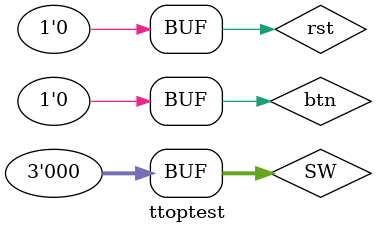
<source format=v>
`timescale 1ns / 1ps


module ttoptest;

	// Inputs
	reg rst;
	reg btn;
	reg [2:0] SW;

	// Outputs
	wire [7:0] LED;

	// Instantiate the Unit Under Test (UUT)
	TopTest uut (
		.rst(rst), 
		.btn(btn), 
		.SW(SW), 
		.LED(LED)
	);

	initial begin
		// Initialize Inputs
		rst = 0;
		btn = 0;
		SW = 0;

		// Wait 100 ns for global reset to finish
		#100;
        
		// Add stimulus here

		rst = 1;
		btn = 0;
		SW = 0;

		// Wait 100 ns for global reset to finish
		#100;
		
		rst = 0;
		btn = 0;
		SW = 0;

		// Wait 100 ns for global reset to finish
		#100;
		
		rst = 0;
		btn = 1;
		SW = 0;

		// Wait 100 ns for global reset to finish
		#100;
		
		rst = 0;
		btn = 0;
		SW = 0;

		// Wait 100 ns for global reset to finish
		#100;
		
		rst = 0;
		btn = 1;
		SW = 0;

		// Wait 100 ns for global reset to finish
		#100;
		
		rst = 0;
		btn = 0;
		SW = 0;

		// Wait 100 ns for global reset to finish
		#100;
		
		rst = 0;
		btn = 1;
		SW = 0;

		// Wait 100 ns for global reset to finish
		#100;
		
		rst = 0;
		btn = 0;
		SW = 0;

		// Wait 100 ns for global reset to finish
		#100;

	end
      
endmodule


</source>
